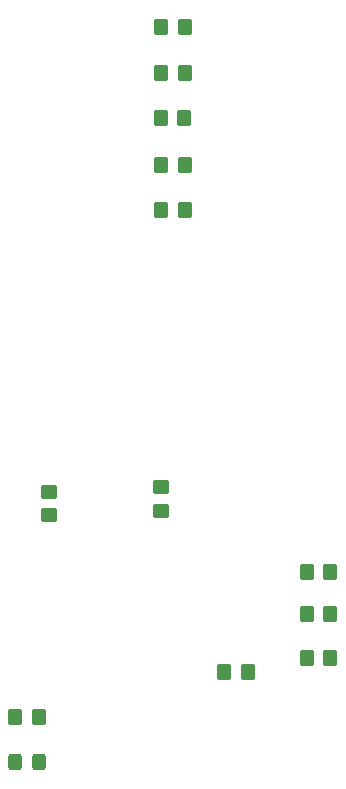
<source format=gtp>
%TF.GenerationSoftware,KiCad,Pcbnew,6.0.11-2627ca5db0~126~ubuntu22.04.1*%
%TF.CreationDate,2023-02-25T20:17:50+01:00*%
%TF.ProjectId,MiSTdon,4d695354-646f-46e2-9e6b-696361645f70,rev?*%
%TF.SameCoordinates,Original*%
%TF.FileFunction,Paste,Top*%
%TF.FilePolarity,Positive*%
%FSLAX46Y46*%
G04 Gerber Fmt 4.6, Leading zero omitted, Abs format (unit mm)*
G04 Created by KiCad (PCBNEW 6.0.11-2627ca5db0~126~ubuntu22.04.1) date 2023-02-25 20:17:50*
%MOMM*%
%LPD*%
G01*
G04 APERTURE LIST*
G04 Aperture macros list*
%AMRoundRect*
0 Rectangle with rounded corners*
0 $1 Rounding radius*
0 $2 $3 $4 $5 $6 $7 $8 $9 X,Y pos of 4 corners*
0 Add a 4 corners polygon primitive as box body*
4,1,4,$2,$3,$4,$5,$6,$7,$8,$9,$2,$3,0*
0 Add four circle primitives for the rounded corners*
1,1,$1+$1,$2,$3*
1,1,$1+$1,$4,$5*
1,1,$1+$1,$6,$7*
1,1,$1+$1,$8,$9*
0 Add four rect primitives between the rounded corners*
20,1,$1+$1,$2,$3,$4,$5,0*
20,1,$1+$1,$4,$5,$6,$7,0*
20,1,$1+$1,$6,$7,$8,$9,0*
20,1,$1+$1,$8,$9,$2,$3,0*%
G04 Aperture macros list end*
%ADD10RoundRect,0.250000X-0.325000X-0.450000X0.325000X-0.450000X0.325000X0.450000X-0.325000X0.450000X0*%
%ADD11RoundRect,0.250000X-0.350000X-0.450000X0.350000X-0.450000X0.350000X0.450000X-0.350000X0.450000X0*%
%ADD12RoundRect,0.250000X-0.450000X0.350000X-0.450000X-0.350000X0.450000X-0.350000X0.450000X0.350000X0*%
%ADD13RoundRect,0.250000X0.350000X0.450000X-0.350000X0.450000X-0.350000X-0.450000X0.350000X-0.450000X0*%
%ADD14RoundRect,0.250000X0.450000X-0.350000X0.450000X0.350000X-0.450000X0.350000X-0.450000X-0.350000X0*%
G04 APERTURE END LIST*
D10*
%TO.C,D1*%
X140661000Y-116230000D03*
X142711000Y-116230000D03*
%TD*%
D11*
%TO.C,R10*%
X165370000Y-103710000D03*
X167370000Y-103710000D03*
%TD*%
%TO.C,R12*%
X140686000Y-112395000D03*
X142686000Y-112395000D03*
%TD*%
%TO.C,R8*%
X153040000Y-69510000D03*
X155040000Y-69510000D03*
%TD*%
%TO.C,R9*%
X165370000Y-100115000D03*
X167370000Y-100115000D03*
%TD*%
%TO.C,R4*%
X153040000Y-53975000D03*
X155040000Y-53975000D03*
%TD*%
%TO.C,R7*%
X153040000Y-65700000D03*
X155040000Y-65700000D03*
%TD*%
D12*
%TO.C,R2*%
X153045000Y-92980000D03*
X153045000Y-94980000D03*
%TD*%
D13*
%TO.C,R1*%
X160385000Y-108585000D03*
X158385000Y-108585000D03*
%TD*%
D11*
%TO.C,R6*%
X152997064Y-61730000D03*
X154997064Y-61730000D03*
%TD*%
%TO.C,R5*%
X153040000Y-57900000D03*
X155040000Y-57900000D03*
%TD*%
%TO.C,R11*%
X165370000Y-107442000D03*
X167370000Y-107442000D03*
%TD*%
D14*
%TO.C,R3*%
X143510000Y-95345000D03*
X143510000Y-93345000D03*
%TD*%
M02*

</source>
